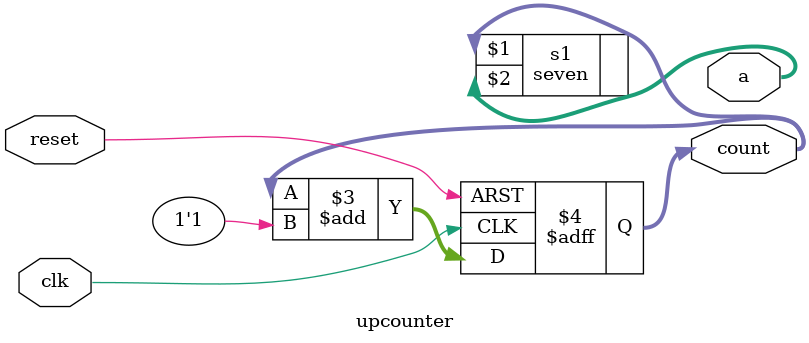
<source format=v>
`timescale 1ns / 1ps


module upcounter(clk,reset,count,a);
input clk,reset;
output reg [3:0]count;
output [6:0]a;
always@(posedge(clk) or negedge(reset))
    begin
        if (reset==1'b0)
            count=4'd0;
        else
            count=count+1'b1;
             
    end
    seven s1(count,a);
   
endmodule

</source>
